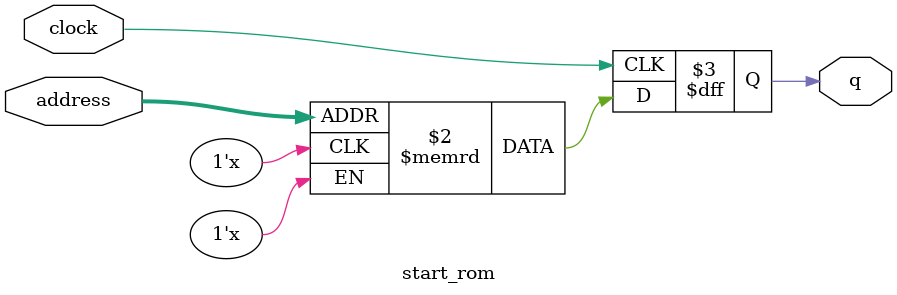
<source format=sv>
module start_rom (
	input logic clock,
	input logic [12:0] address,
	output logic [0:0] q
);

logic [0:0] memory [0:4799] /* synthesis ram_init_file = "./start/start.COE" */;

always_ff @ (posedge clock) begin
	q <= memory[address];
end

endmodule

</source>
